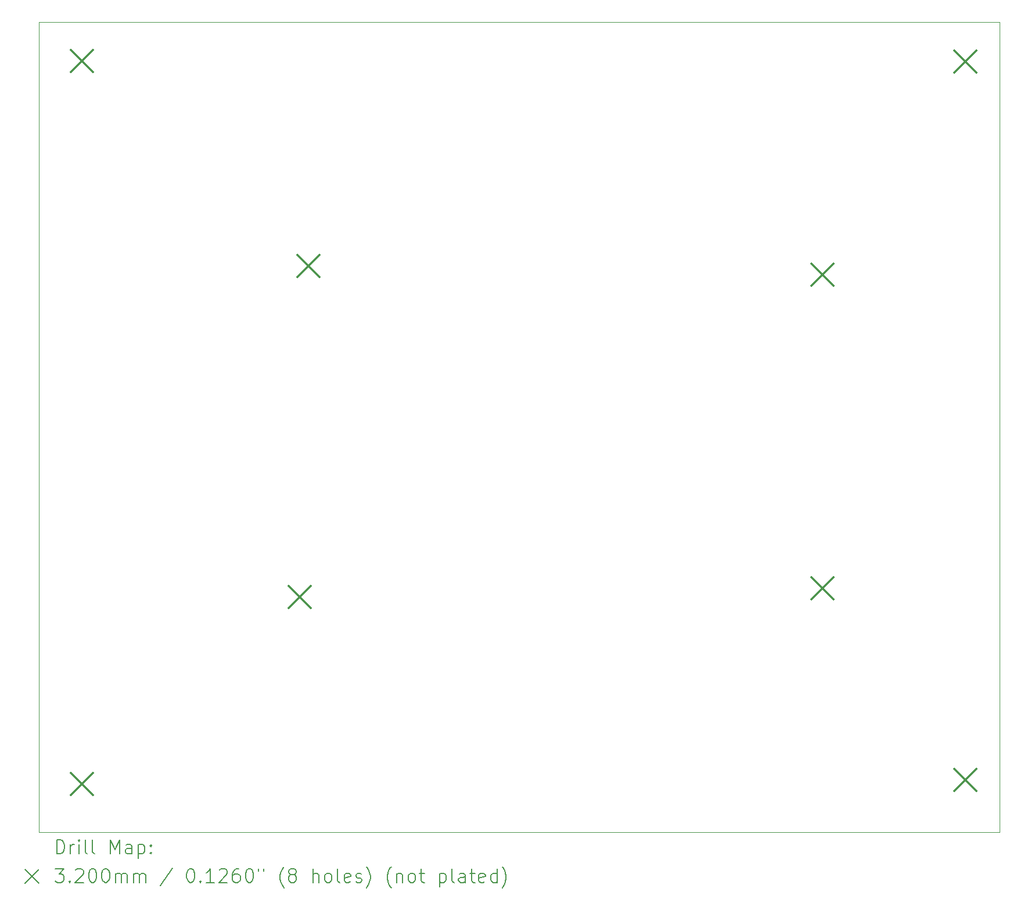
<source format=gbr>
%TF.GenerationSoftware,KiCad,Pcbnew,8.0.2-rc1*%
%TF.CreationDate,2024-12-09T19:42:59+01:00*%
%TF.ProjectId,Carte-Principale,43617274-652d-4507-9269-6e636970616c,rev?*%
%TF.SameCoordinates,Original*%
%TF.FileFunction,Drillmap*%
%TF.FilePolarity,Positive*%
%FSLAX45Y45*%
G04 Gerber Fmt 4.5, Leading zero omitted, Abs format (unit mm)*
G04 Created by KiCad (PCBNEW 8.0.2-rc1) date 2024-12-09 19:42:59*
%MOMM*%
%LPD*%
G01*
G04 APERTURE LIST*
%ADD10C,0.050000*%
%ADD11C,0.200000*%
%ADD12C,0.320000*%
G04 APERTURE END LIST*
D10*
X6996500Y-2921000D02*
X21000000Y-2921000D01*
X21000000Y-14732000D01*
X6996500Y-14732000D01*
X6996500Y-2921000D01*
D11*
D12*
X7460000Y-3332500D02*
X7780000Y-3652500D01*
X7780000Y-3332500D02*
X7460000Y-3652500D01*
X7460000Y-13873500D02*
X7780000Y-14193500D01*
X7780000Y-13873500D02*
X7460000Y-14193500D01*
X10634500Y-11143000D02*
X10954500Y-11463000D01*
X10954500Y-11143000D02*
X10634500Y-11463000D01*
X10761500Y-6317000D02*
X11081500Y-6637000D01*
X11081500Y-6317000D02*
X10761500Y-6637000D01*
X18254500Y-6444000D02*
X18574500Y-6764000D01*
X18574500Y-6444000D02*
X18254500Y-6764000D01*
X18254500Y-11016000D02*
X18574500Y-11336000D01*
X18574500Y-11016000D02*
X18254500Y-11336000D01*
X20340000Y-3340000D02*
X20660000Y-3660000D01*
X20660000Y-3340000D02*
X20340000Y-3660000D01*
X20340000Y-13810000D02*
X20660000Y-14130000D01*
X20660000Y-13810000D02*
X20340000Y-14130000D01*
D11*
X7254777Y-15045984D02*
X7254777Y-14845984D01*
X7254777Y-14845984D02*
X7302396Y-14845984D01*
X7302396Y-14845984D02*
X7330967Y-14855508D01*
X7330967Y-14855508D02*
X7350015Y-14874555D01*
X7350015Y-14874555D02*
X7359539Y-14893603D01*
X7359539Y-14893603D02*
X7369062Y-14931698D01*
X7369062Y-14931698D02*
X7369062Y-14960269D01*
X7369062Y-14960269D02*
X7359539Y-14998365D01*
X7359539Y-14998365D02*
X7350015Y-15017412D01*
X7350015Y-15017412D02*
X7330967Y-15036460D01*
X7330967Y-15036460D02*
X7302396Y-15045984D01*
X7302396Y-15045984D02*
X7254777Y-15045984D01*
X7454777Y-15045984D02*
X7454777Y-14912650D01*
X7454777Y-14950746D02*
X7464301Y-14931698D01*
X7464301Y-14931698D02*
X7473824Y-14922174D01*
X7473824Y-14922174D02*
X7492872Y-14912650D01*
X7492872Y-14912650D02*
X7511920Y-14912650D01*
X7578586Y-15045984D02*
X7578586Y-14912650D01*
X7578586Y-14845984D02*
X7569062Y-14855508D01*
X7569062Y-14855508D02*
X7578586Y-14865031D01*
X7578586Y-14865031D02*
X7588110Y-14855508D01*
X7588110Y-14855508D02*
X7578586Y-14845984D01*
X7578586Y-14845984D02*
X7578586Y-14865031D01*
X7702396Y-15045984D02*
X7683348Y-15036460D01*
X7683348Y-15036460D02*
X7673824Y-15017412D01*
X7673824Y-15017412D02*
X7673824Y-14845984D01*
X7807158Y-15045984D02*
X7788110Y-15036460D01*
X7788110Y-15036460D02*
X7778586Y-15017412D01*
X7778586Y-15017412D02*
X7778586Y-14845984D01*
X8035729Y-15045984D02*
X8035729Y-14845984D01*
X8035729Y-14845984D02*
X8102396Y-14988841D01*
X8102396Y-14988841D02*
X8169062Y-14845984D01*
X8169062Y-14845984D02*
X8169062Y-15045984D01*
X8350015Y-15045984D02*
X8350015Y-14941222D01*
X8350015Y-14941222D02*
X8340491Y-14922174D01*
X8340491Y-14922174D02*
X8321443Y-14912650D01*
X8321443Y-14912650D02*
X8283348Y-14912650D01*
X8283348Y-14912650D02*
X8264301Y-14922174D01*
X8350015Y-15036460D02*
X8330967Y-15045984D01*
X8330967Y-15045984D02*
X8283348Y-15045984D01*
X8283348Y-15045984D02*
X8264301Y-15036460D01*
X8264301Y-15036460D02*
X8254777Y-15017412D01*
X8254777Y-15017412D02*
X8254777Y-14998365D01*
X8254777Y-14998365D02*
X8264301Y-14979317D01*
X8264301Y-14979317D02*
X8283348Y-14969793D01*
X8283348Y-14969793D02*
X8330967Y-14969793D01*
X8330967Y-14969793D02*
X8350015Y-14960269D01*
X8445253Y-14912650D02*
X8445253Y-15112650D01*
X8445253Y-14922174D02*
X8464301Y-14912650D01*
X8464301Y-14912650D02*
X8502396Y-14912650D01*
X8502396Y-14912650D02*
X8521444Y-14922174D01*
X8521444Y-14922174D02*
X8530967Y-14931698D01*
X8530967Y-14931698D02*
X8540491Y-14950746D01*
X8540491Y-14950746D02*
X8540491Y-15007888D01*
X8540491Y-15007888D02*
X8530967Y-15026936D01*
X8530967Y-15026936D02*
X8521444Y-15036460D01*
X8521444Y-15036460D02*
X8502396Y-15045984D01*
X8502396Y-15045984D02*
X8464301Y-15045984D01*
X8464301Y-15045984D02*
X8445253Y-15036460D01*
X8626205Y-15026936D02*
X8635729Y-15036460D01*
X8635729Y-15036460D02*
X8626205Y-15045984D01*
X8626205Y-15045984D02*
X8616682Y-15036460D01*
X8616682Y-15036460D02*
X8626205Y-15026936D01*
X8626205Y-15026936D02*
X8626205Y-15045984D01*
X8626205Y-14922174D02*
X8635729Y-14931698D01*
X8635729Y-14931698D02*
X8626205Y-14941222D01*
X8626205Y-14941222D02*
X8616682Y-14931698D01*
X8616682Y-14931698D02*
X8626205Y-14922174D01*
X8626205Y-14922174D02*
X8626205Y-14941222D01*
X6794000Y-15274500D02*
X6994000Y-15474500D01*
X6994000Y-15274500D02*
X6794000Y-15474500D01*
X7235729Y-15265984D02*
X7359539Y-15265984D01*
X7359539Y-15265984D02*
X7292872Y-15342174D01*
X7292872Y-15342174D02*
X7321443Y-15342174D01*
X7321443Y-15342174D02*
X7340491Y-15351698D01*
X7340491Y-15351698D02*
X7350015Y-15361222D01*
X7350015Y-15361222D02*
X7359539Y-15380269D01*
X7359539Y-15380269D02*
X7359539Y-15427888D01*
X7359539Y-15427888D02*
X7350015Y-15446936D01*
X7350015Y-15446936D02*
X7340491Y-15456460D01*
X7340491Y-15456460D02*
X7321443Y-15465984D01*
X7321443Y-15465984D02*
X7264301Y-15465984D01*
X7264301Y-15465984D02*
X7245253Y-15456460D01*
X7245253Y-15456460D02*
X7235729Y-15446936D01*
X7445253Y-15446936D02*
X7454777Y-15456460D01*
X7454777Y-15456460D02*
X7445253Y-15465984D01*
X7445253Y-15465984D02*
X7435729Y-15456460D01*
X7435729Y-15456460D02*
X7445253Y-15446936D01*
X7445253Y-15446936D02*
X7445253Y-15465984D01*
X7530967Y-15285031D02*
X7540491Y-15275508D01*
X7540491Y-15275508D02*
X7559539Y-15265984D01*
X7559539Y-15265984D02*
X7607158Y-15265984D01*
X7607158Y-15265984D02*
X7626205Y-15275508D01*
X7626205Y-15275508D02*
X7635729Y-15285031D01*
X7635729Y-15285031D02*
X7645253Y-15304079D01*
X7645253Y-15304079D02*
X7645253Y-15323127D01*
X7645253Y-15323127D02*
X7635729Y-15351698D01*
X7635729Y-15351698D02*
X7521443Y-15465984D01*
X7521443Y-15465984D02*
X7645253Y-15465984D01*
X7769062Y-15265984D02*
X7788110Y-15265984D01*
X7788110Y-15265984D02*
X7807158Y-15275508D01*
X7807158Y-15275508D02*
X7816682Y-15285031D01*
X7816682Y-15285031D02*
X7826205Y-15304079D01*
X7826205Y-15304079D02*
X7835729Y-15342174D01*
X7835729Y-15342174D02*
X7835729Y-15389793D01*
X7835729Y-15389793D02*
X7826205Y-15427888D01*
X7826205Y-15427888D02*
X7816682Y-15446936D01*
X7816682Y-15446936D02*
X7807158Y-15456460D01*
X7807158Y-15456460D02*
X7788110Y-15465984D01*
X7788110Y-15465984D02*
X7769062Y-15465984D01*
X7769062Y-15465984D02*
X7750015Y-15456460D01*
X7750015Y-15456460D02*
X7740491Y-15446936D01*
X7740491Y-15446936D02*
X7730967Y-15427888D01*
X7730967Y-15427888D02*
X7721443Y-15389793D01*
X7721443Y-15389793D02*
X7721443Y-15342174D01*
X7721443Y-15342174D02*
X7730967Y-15304079D01*
X7730967Y-15304079D02*
X7740491Y-15285031D01*
X7740491Y-15285031D02*
X7750015Y-15275508D01*
X7750015Y-15275508D02*
X7769062Y-15265984D01*
X7959539Y-15265984D02*
X7978586Y-15265984D01*
X7978586Y-15265984D02*
X7997634Y-15275508D01*
X7997634Y-15275508D02*
X8007158Y-15285031D01*
X8007158Y-15285031D02*
X8016682Y-15304079D01*
X8016682Y-15304079D02*
X8026205Y-15342174D01*
X8026205Y-15342174D02*
X8026205Y-15389793D01*
X8026205Y-15389793D02*
X8016682Y-15427888D01*
X8016682Y-15427888D02*
X8007158Y-15446936D01*
X8007158Y-15446936D02*
X7997634Y-15456460D01*
X7997634Y-15456460D02*
X7978586Y-15465984D01*
X7978586Y-15465984D02*
X7959539Y-15465984D01*
X7959539Y-15465984D02*
X7940491Y-15456460D01*
X7940491Y-15456460D02*
X7930967Y-15446936D01*
X7930967Y-15446936D02*
X7921443Y-15427888D01*
X7921443Y-15427888D02*
X7911920Y-15389793D01*
X7911920Y-15389793D02*
X7911920Y-15342174D01*
X7911920Y-15342174D02*
X7921443Y-15304079D01*
X7921443Y-15304079D02*
X7930967Y-15285031D01*
X7930967Y-15285031D02*
X7940491Y-15275508D01*
X7940491Y-15275508D02*
X7959539Y-15265984D01*
X8111920Y-15465984D02*
X8111920Y-15332650D01*
X8111920Y-15351698D02*
X8121443Y-15342174D01*
X8121443Y-15342174D02*
X8140491Y-15332650D01*
X8140491Y-15332650D02*
X8169063Y-15332650D01*
X8169063Y-15332650D02*
X8188110Y-15342174D01*
X8188110Y-15342174D02*
X8197634Y-15361222D01*
X8197634Y-15361222D02*
X8197634Y-15465984D01*
X8197634Y-15361222D02*
X8207158Y-15342174D01*
X8207158Y-15342174D02*
X8226205Y-15332650D01*
X8226205Y-15332650D02*
X8254777Y-15332650D01*
X8254777Y-15332650D02*
X8273824Y-15342174D01*
X8273824Y-15342174D02*
X8283348Y-15361222D01*
X8283348Y-15361222D02*
X8283348Y-15465984D01*
X8378586Y-15465984D02*
X8378586Y-15332650D01*
X8378586Y-15351698D02*
X8388110Y-15342174D01*
X8388110Y-15342174D02*
X8407158Y-15332650D01*
X8407158Y-15332650D02*
X8435729Y-15332650D01*
X8435729Y-15332650D02*
X8454777Y-15342174D01*
X8454777Y-15342174D02*
X8464301Y-15361222D01*
X8464301Y-15361222D02*
X8464301Y-15465984D01*
X8464301Y-15361222D02*
X8473825Y-15342174D01*
X8473825Y-15342174D02*
X8492872Y-15332650D01*
X8492872Y-15332650D02*
X8521444Y-15332650D01*
X8521444Y-15332650D02*
X8540491Y-15342174D01*
X8540491Y-15342174D02*
X8550015Y-15361222D01*
X8550015Y-15361222D02*
X8550015Y-15465984D01*
X8940491Y-15256460D02*
X8769063Y-15513603D01*
X9197634Y-15265984D02*
X9216682Y-15265984D01*
X9216682Y-15265984D02*
X9235729Y-15275508D01*
X9235729Y-15275508D02*
X9245253Y-15285031D01*
X9245253Y-15285031D02*
X9254777Y-15304079D01*
X9254777Y-15304079D02*
X9264301Y-15342174D01*
X9264301Y-15342174D02*
X9264301Y-15389793D01*
X9264301Y-15389793D02*
X9254777Y-15427888D01*
X9254777Y-15427888D02*
X9245253Y-15446936D01*
X9245253Y-15446936D02*
X9235729Y-15456460D01*
X9235729Y-15456460D02*
X9216682Y-15465984D01*
X9216682Y-15465984D02*
X9197634Y-15465984D01*
X9197634Y-15465984D02*
X9178587Y-15456460D01*
X9178587Y-15456460D02*
X9169063Y-15446936D01*
X9169063Y-15446936D02*
X9159539Y-15427888D01*
X9159539Y-15427888D02*
X9150015Y-15389793D01*
X9150015Y-15389793D02*
X9150015Y-15342174D01*
X9150015Y-15342174D02*
X9159539Y-15304079D01*
X9159539Y-15304079D02*
X9169063Y-15285031D01*
X9169063Y-15285031D02*
X9178587Y-15275508D01*
X9178587Y-15275508D02*
X9197634Y-15265984D01*
X9350015Y-15446936D02*
X9359539Y-15456460D01*
X9359539Y-15456460D02*
X9350015Y-15465984D01*
X9350015Y-15465984D02*
X9340491Y-15456460D01*
X9340491Y-15456460D02*
X9350015Y-15446936D01*
X9350015Y-15446936D02*
X9350015Y-15465984D01*
X9550015Y-15465984D02*
X9435729Y-15465984D01*
X9492872Y-15465984D02*
X9492872Y-15265984D01*
X9492872Y-15265984D02*
X9473825Y-15294555D01*
X9473825Y-15294555D02*
X9454777Y-15313603D01*
X9454777Y-15313603D02*
X9435729Y-15323127D01*
X9626206Y-15285031D02*
X9635729Y-15275508D01*
X9635729Y-15275508D02*
X9654777Y-15265984D01*
X9654777Y-15265984D02*
X9702396Y-15265984D01*
X9702396Y-15265984D02*
X9721444Y-15275508D01*
X9721444Y-15275508D02*
X9730968Y-15285031D01*
X9730968Y-15285031D02*
X9740491Y-15304079D01*
X9740491Y-15304079D02*
X9740491Y-15323127D01*
X9740491Y-15323127D02*
X9730968Y-15351698D01*
X9730968Y-15351698D02*
X9616682Y-15465984D01*
X9616682Y-15465984D02*
X9740491Y-15465984D01*
X9911920Y-15265984D02*
X9873825Y-15265984D01*
X9873825Y-15265984D02*
X9854777Y-15275508D01*
X9854777Y-15275508D02*
X9845253Y-15285031D01*
X9845253Y-15285031D02*
X9826206Y-15313603D01*
X9826206Y-15313603D02*
X9816682Y-15351698D01*
X9816682Y-15351698D02*
X9816682Y-15427888D01*
X9816682Y-15427888D02*
X9826206Y-15446936D01*
X9826206Y-15446936D02*
X9835729Y-15456460D01*
X9835729Y-15456460D02*
X9854777Y-15465984D01*
X9854777Y-15465984D02*
X9892872Y-15465984D01*
X9892872Y-15465984D02*
X9911920Y-15456460D01*
X9911920Y-15456460D02*
X9921444Y-15446936D01*
X9921444Y-15446936D02*
X9930968Y-15427888D01*
X9930968Y-15427888D02*
X9930968Y-15380269D01*
X9930968Y-15380269D02*
X9921444Y-15361222D01*
X9921444Y-15361222D02*
X9911920Y-15351698D01*
X9911920Y-15351698D02*
X9892872Y-15342174D01*
X9892872Y-15342174D02*
X9854777Y-15342174D01*
X9854777Y-15342174D02*
X9835729Y-15351698D01*
X9835729Y-15351698D02*
X9826206Y-15361222D01*
X9826206Y-15361222D02*
X9816682Y-15380269D01*
X10054777Y-15265984D02*
X10073825Y-15265984D01*
X10073825Y-15265984D02*
X10092872Y-15275508D01*
X10092872Y-15275508D02*
X10102396Y-15285031D01*
X10102396Y-15285031D02*
X10111920Y-15304079D01*
X10111920Y-15304079D02*
X10121444Y-15342174D01*
X10121444Y-15342174D02*
X10121444Y-15389793D01*
X10121444Y-15389793D02*
X10111920Y-15427888D01*
X10111920Y-15427888D02*
X10102396Y-15446936D01*
X10102396Y-15446936D02*
X10092872Y-15456460D01*
X10092872Y-15456460D02*
X10073825Y-15465984D01*
X10073825Y-15465984D02*
X10054777Y-15465984D01*
X10054777Y-15465984D02*
X10035729Y-15456460D01*
X10035729Y-15456460D02*
X10026206Y-15446936D01*
X10026206Y-15446936D02*
X10016682Y-15427888D01*
X10016682Y-15427888D02*
X10007158Y-15389793D01*
X10007158Y-15389793D02*
X10007158Y-15342174D01*
X10007158Y-15342174D02*
X10016682Y-15304079D01*
X10016682Y-15304079D02*
X10026206Y-15285031D01*
X10026206Y-15285031D02*
X10035729Y-15275508D01*
X10035729Y-15275508D02*
X10054777Y-15265984D01*
X10197634Y-15265984D02*
X10197634Y-15304079D01*
X10273825Y-15265984D02*
X10273825Y-15304079D01*
X10569063Y-15542174D02*
X10559539Y-15532650D01*
X10559539Y-15532650D02*
X10540491Y-15504079D01*
X10540491Y-15504079D02*
X10530968Y-15485031D01*
X10530968Y-15485031D02*
X10521444Y-15456460D01*
X10521444Y-15456460D02*
X10511920Y-15408841D01*
X10511920Y-15408841D02*
X10511920Y-15370746D01*
X10511920Y-15370746D02*
X10521444Y-15323127D01*
X10521444Y-15323127D02*
X10530968Y-15294555D01*
X10530968Y-15294555D02*
X10540491Y-15275508D01*
X10540491Y-15275508D02*
X10559539Y-15246936D01*
X10559539Y-15246936D02*
X10569063Y-15237412D01*
X10673825Y-15351698D02*
X10654777Y-15342174D01*
X10654777Y-15342174D02*
X10645253Y-15332650D01*
X10645253Y-15332650D02*
X10635730Y-15313603D01*
X10635730Y-15313603D02*
X10635730Y-15304079D01*
X10635730Y-15304079D02*
X10645253Y-15285031D01*
X10645253Y-15285031D02*
X10654777Y-15275508D01*
X10654777Y-15275508D02*
X10673825Y-15265984D01*
X10673825Y-15265984D02*
X10711920Y-15265984D01*
X10711920Y-15265984D02*
X10730968Y-15275508D01*
X10730968Y-15275508D02*
X10740491Y-15285031D01*
X10740491Y-15285031D02*
X10750015Y-15304079D01*
X10750015Y-15304079D02*
X10750015Y-15313603D01*
X10750015Y-15313603D02*
X10740491Y-15332650D01*
X10740491Y-15332650D02*
X10730968Y-15342174D01*
X10730968Y-15342174D02*
X10711920Y-15351698D01*
X10711920Y-15351698D02*
X10673825Y-15351698D01*
X10673825Y-15351698D02*
X10654777Y-15361222D01*
X10654777Y-15361222D02*
X10645253Y-15370746D01*
X10645253Y-15370746D02*
X10635730Y-15389793D01*
X10635730Y-15389793D02*
X10635730Y-15427888D01*
X10635730Y-15427888D02*
X10645253Y-15446936D01*
X10645253Y-15446936D02*
X10654777Y-15456460D01*
X10654777Y-15456460D02*
X10673825Y-15465984D01*
X10673825Y-15465984D02*
X10711920Y-15465984D01*
X10711920Y-15465984D02*
X10730968Y-15456460D01*
X10730968Y-15456460D02*
X10740491Y-15446936D01*
X10740491Y-15446936D02*
X10750015Y-15427888D01*
X10750015Y-15427888D02*
X10750015Y-15389793D01*
X10750015Y-15389793D02*
X10740491Y-15370746D01*
X10740491Y-15370746D02*
X10730968Y-15361222D01*
X10730968Y-15361222D02*
X10711920Y-15351698D01*
X10988111Y-15465984D02*
X10988111Y-15265984D01*
X11073825Y-15465984D02*
X11073825Y-15361222D01*
X11073825Y-15361222D02*
X11064301Y-15342174D01*
X11064301Y-15342174D02*
X11045253Y-15332650D01*
X11045253Y-15332650D02*
X11016682Y-15332650D01*
X11016682Y-15332650D02*
X10997634Y-15342174D01*
X10997634Y-15342174D02*
X10988111Y-15351698D01*
X11197634Y-15465984D02*
X11178587Y-15456460D01*
X11178587Y-15456460D02*
X11169063Y-15446936D01*
X11169063Y-15446936D02*
X11159539Y-15427888D01*
X11159539Y-15427888D02*
X11159539Y-15370746D01*
X11159539Y-15370746D02*
X11169063Y-15351698D01*
X11169063Y-15351698D02*
X11178587Y-15342174D01*
X11178587Y-15342174D02*
X11197634Y-15332650D01*
X11197634Y-15332650D02*
X11226206Y-15332650D01*
X11226206Y-15332650D02*
X11245253Y-15342174D01*
X11245253Y-15342174D02*
X11254777Y-15351698D01*
X11254777Y-15351698D02*
X11264301Y-15370746D01*
X11264301Y-15370746D02*
X11264301Y-15427888D01*
X11264301Y-15427888D02*
X11254777Y-15446936D01*
X11254777Y-15446936D02*
X11245253Y-15456460D01*
X11245253Y-15456460D02*
X11226206Y-15465984D01*
X11226206Y-15465984D02*
X11197634Y-15465984D01*
X11378587Y-15465984D02*
X11359539Y-15456460D01*
X11359539Y-15456460D02*
X11350015Y-15437412D01*
X11350015Y-15437412D02*
X11350015Y-15265984D01*
X11530968Y-15456460D02*
X11511920Y-15465984D01*
X11511920Y-15465984D02*
X11473825Y-15465984D01*
X11473825Y-15465984D02*
X11454777Y-15456460D01*
X11454777Y-15456460D02*
X11445253Y-15437412D01*
X11445253Y-15437412D02*
X11445253Y-15361222D01*
X11445253Y-15361222D02*
X11454777Y-15342174D01*
X11454777Y-15342174D02*
X11473825Y-15332650D01*
X11473825Y-15332650D02*
X11511920Y-15332650D01*
X11511920Y-15332650D02*
X11530968Y-15342174D01*
X11530968Y-15342174D02*
X11540491Y-15361222D01*
X11540491Y-15361222D02*
X11540491Y-15380269D01*
X11540491Y-15380269D02*
X11445253Y-15399317D01*
X11616682Y-15456460D02*
X11635730Y-15465984D01*
X11635730Y-15465984D02*
X11673825Y-15465984D01*
X11673825Y-15465984D02*
X11692872Y-15456460D01*
X11692872Y-15456460D02*
X11702396Y-15437412D01*
X11702396Y-15437412D02*
X11702396Y-15427888D01*
X11702396Y-15427888D02*
X11692872Y-15408841D01*
X11692872Y-15408841D02*
X11673825Y-15399317D01*
X11673825Y-15399317D02*
X11645253Y-15399317D01*
X11645253Y-15399317D02*
X11626206Y-15389793D01*
X11626206Y-15389793D02*
X11616682Y-15370746D01*
X11616682Y-15370746D02*
X11616682Y-15361222D01*
X11616682Y-15361222D02*
X11626206Y-15342174D01*
X11626206Y-15342174D02*
X11645253Y-15332650D01*
X11645253Y-15332650D02*
X11673825Y-15332650D01*
X11673825Y-15332650D02*
X11692872Y-15342174D01*
X11769063Y-15542174D02*
X11778587Y-15532650D01*
X11778587Y-15532650D02*
X11797634Y-15504079D01*
X11797634Y-15504079D02*
X11807158Y-15485031D01*
X11807158Y-15485031D02*
X11816682Y-15456460D01*
X11816682Y-15456460D02*
X11826206Y-15408841D01*
X11826206Y-15408841D02*
X11826206Y-15370746D01*
X11826206Y-15370746D02*
X11816682Y-15323127D01*
X11816682Y-15323127D02*
X11807158Y-15294555D01*
X11807158Y-15294555D02*
X11797634Y-15275508D01*
X11797634Y-15275508D02*
X11778587Y-15246936D01*
X11778587Y-15246936D02*
X11769063Y-15237412D01*
X12130968Y-15542174D02*
X12121444Y-15532650D01*
X12121444Y-15532650D02*
X12102396Y-15504079D01*
X12102396Y-15504079D02*
X12092872Y-15485031D01*
X12092872Y-15485031D02*
X12083349Y-15456460D01*
X12083349Y-15456460D02*
X12073825Y-15408841D01*
X12073825Y-15408841D02*
X12073825Y-15370746D01*
X12073825Y-15370746D02*
X12083349Y-15323127D01*
X12083349Y-15323127D02*
X12092872Y-15294555D01*
X12092872Y-15294555D02*
X12102396Y-15275508D01*
X12102396Y-15275508D02*
X12121444Y-15246936D01*
X12121444Y-15246936D02*
X12130968Y-15237412D01*
X12207158Y-15332650D02*
X12207158Y-15465984D01*
X12207158Y-15351698D02*
X12216682Y-15342174D01*
X12216682Y-15342174D02*
X12235730Y-15332650D01*
X12235730Y-15332650D02*
X12264301Y-15332650D01*
X12264301Y-15332650D02*
X12283349Y-15342174D01*
X12283349Y-15342174D02*
X12292872Y-15361222D01*
X12292872Y-15361222D02*
X12292872Y-15465984D01*
X12416682Y-15465984D02*
X12397634Y-15456460D01*
X12397634Y-15456460D02*
X12388111Y-15446936D01*
X12388111Y-15446936D02*
X12378587Y-15427888D01*
X12378587Y-15427888D02*
X12378587Y-15370746D01*
X12378587Y-15370746D02*
X12388111Y-15351698D01*
X12388111Y-15351698D02*
X12397634Y-15342174D01*
X12397634Y-15342174D02*
X12416682Y-15332650D01*
X12416682Y-15332650D02*
X12445253Y-15332650D01*
X12445253Y-15332650D02*
X12464301Y-15342174D01*
X12464301Y-15342174D02*
X12473825Y-15351698D01*
X12473825Y-15351698D02*
X12483349Y-15370746D01*
X12483349Y-15370746D02*
X12483349Y-15427888D01*
X12483349Y-15427888D02*
X12473825Y-15446936D01*
X12473825Y-15446936D02*
X12464301Y-15456460D01*
X12464301Y-15456460D02*
X12445253Y-15465984D01*
X12445253Y-15465984D02*
X12416682Y-15465984D01*
X12540492Y-15332650D02*
X12616682Y-15332650D01*
X12569063Y-15265984D02*
X12569063Y-15437412D01*
X12569063Y-15437412D02*
X12578587Y-15456460D01*
X12578587Y-15456460D02*
X12597634Y-15465984D01*
X12597634Y-15465984D02*
X12616682Y-15465984D01*
X12835730Y-15332650D02*
X12835730Y-15532650D01*
X12835730Y-15342174D02*
X12854777Y-15332650D01*
X12854777Y-15332650D02*
X12892873Y-15332650D01*
X12892873Y-15332650D02*
X12911920Y-15342174D01*
X12911920Y-15342174D02*
X12921444Y-15351698D01*
X12921444Y-15351698D02*
X12930968Y-15370746D01*
X12930968Y-15370746D02*
X12930968Y-15427888D01*
X12930968Y-15427888D02*
X12921444Y-15446936D01*
X12921444Y-15446936D02*
X12911920Y-15456460D01*
X12911920Y-15456460D02*
X12892873Y-15465984D01*
X12892873Y-15465984D02*
X12854777Y-15465984D01*
X12854777Y-15465984D02*
X12835730Y-15456460D01*
X13045253Y-15465984D02*
X13026206Y-15456460D01*
X13026206Y-15456460D02*
X13016682Y-15437412D01*
X13016682Y-15437412D02*
X13016682Y-15265984D01*
X13207158Y-15465984D02*
X13207158Y-15361222D01*
X13207158Y-15361222D02*
X13197634Y-15342174D01*
X13197634Y-15342174D02*
X13178587Y-15332650D01*
X13178587Y-15332650D02*
X13140492Y-15332650D01*
X13140492Y-15332650D02*
X13121444Y-15342174D01*
X13207158Y-15456460D02*
X13188111Y-15465984D01*
X13188111Y-15465984D02*
X13140492Y-15465984D01*
X13140492Y-15465984D02*
X13121444Y-15456460D01*
X13121444Y-15456460D02*
X13111920Y-15437412D01*
X13111920Y-15437412D02*
X13111920Y-15418365D01*
X13111920Y-15418365D02*
X13121444Y-15399317D01*
X13121444Y-15399317D02*
X13140492Y-15389793D01*
X13140492Y-15389793D02*
X13188111Y-15389793D01*
X13188111Y-15389793D02*
X13207158Y-15380269D01*
X13273825Y-15332650D02*
X13350015Y-15332650D01*
X13302396Y-15265984D02*
X13302396Y-15437412D01*
X13302396Y-15437412D02*
X13311920Y-15456460D01*
X13311920Y-15456460D02*
X13330968Y-15465984D01*
X13330968Y-15465984D02*
X13350015Y-15465984D01*
X13492873Y-15456460D02*
X13473825Y-15465984D01*
X13473825Y-15465984D02*
X13435730Y-15465984D01*
X13435730Y-15465984D02*
X13416682Y-15456460D01*
X13416682Y-15456460D02*
X13407158Y-15437412D01*
X13407158Y-15437412D02*
X13407158Y-15361222D01*
X13407158Y-15361222D02*
X13416682Y-15342174D01*
X13416682Y-15342174D02*
X13435730Y-15332650D01*
X13435730Y-15332650D02*
X13473825Y-15332650D01*
X13473825Y-15332650D02*
X13492873Y-15342174D01*
X13492873Y-15342174D02*
X13502396Y-15361222D01*
X13502396Y-15361222D02*
X13502396Y-15380269D01*
X13502396Y-15380269D02*
X13407158Y-15399317D01*
X13673825Y-15465984D02*
X13673825Y-15265984D01*
X13673825Y-15456460D02*
X13654777Y-15465984D01*
X13654777Y-15465984D02*
X13616682Y-15465984D01*
X13616682Y-15465984D02*
X13597634Y-15456460D01*
X13597634Y-15456460D02*
X13588111Y-15446936D01*
X13588111Y-15446936D02*
X13578587Y-15427888D01*
X13578587Y-15427888D02*
X13578587Y-15370746D01*
X13578587Y-15370746D02*
X13588111Y-15351698D01*
X13588111Y-15351698D02*
X13597634Y-15342174D01*
X13597634Y-15342174D02*
X13616682Y-15332650D01*
X13616682Y-15332650D02*
X13654777Y-15332650D01*
X13654777Y-15332650D02*
X13673825Y-15342174D01*
X13750015Y-15542174D02*
X13759539Y-15532650D01*
X13759539Y-15532650D02*
X13778587Y-15504079D01*
X13778587Y-15504079D02*
X13788111Y-15485031D01*
X13788111Y-15485031D02*
X13797634Y-15456460D01*
X13797634Y-15456460D02*
X13807158Y-15408841D01*
X13807158Y-15408841D02*
X13807158Y-15370746D01*
X13807158Y-15370746D02*
X13797634Y-15323127D01*
X13797634Y-15323127D02*
X13788111Y-15294555D01*
X13788111Y-15294555D02*
X13778587Y-15275508D01*
X13778587Y-15275508D02*
X13759539Y-15246936D01*
X13759539Y-15246936D02*
X13750015Y-15237412D01*
M02*

</source>
